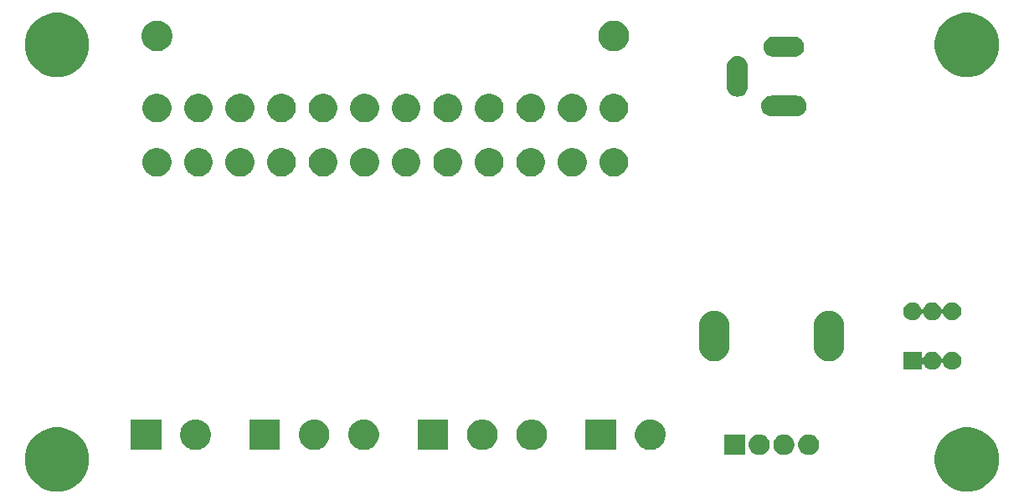
<source format=gbr>
G04 #@! TF.GenerationSoftware,KiCad,Pcbnew,5.1.5-52549c5~86~ubuntu18.04.1*
G04 #@! TF.CreationDate,2020-09-04T15:06:53-03:00*
G04 #@! TF.ProjectId,TPS54331,54505335-3433-4333-912e-6b696361645f,v1.0*
G04 #@! TF.SameCoordinates,Original*
G04 #@! TF.FileFunction,Soldermask,Bot*
G04 #@! TF.FilePolarity,Negative*
%FSLAX46Y46*%
G04 Gerber Fmt 4.6, Leading zero omitted, Abs format (unit mm)*
G04 Created by KiCad (PCBNEW 5.1.5-52549c5~86~ubuntu18.04.1) date 2020-09-04 15:06:53*
%MOMM*%
%LPD*%
G04 APERTURE LIST*
%ADD10C,0.100000*%
G04 APERTURE END LIST*
D10*
G36*
X192947989Y-108874895D02*
G01*
X193539450Y-109119887D01*
X193539452Y-109119888D01*
X194071754Y-109475560D01*
X194524440Y-109928246D01*
X194880112Y-110460548D01*
X194880113Y-110460550D01*
X195125105Y-111052011D01*
X195250000Y-111679902D01*
X195250000Y-112320098D01*
X195125105Y-112947989D01*
X194880113Y-113539450D01*
X194880112Y-113539452D01*
X194524440Y-114071754D01*
X194071754Y-114524440D01*
X193539452Y-114880112D01*
X193539451Y-114880113D01*
X193539450Y-114880113D01*
X192947989Y-115125105D01*
X192320098Y-115250000D01*
X191679902Y-115250000D01*
X191052011Y-115125105D01*
X190460550Y-114880113D01*
X190460549Y-114880113D01*
X190460548Y-114880112D01*
X189928246Y-114524440D01*
X189475560Y-114071754D01*
X189119888Y-113539452D01*
X189119887Y-113539450D01*
X188874895Y-112947989D01*
X188750000Y-112320098D01*
X188750000Y-111679902D01*
X188874895Y-111052011D01*
X189119887Y-110460550D01*
X189119888Y-110460548D01*
X189475560Y-109928246D01*
X189928246Y-109475560D01*
X190460548Y-109119888D01*
X190460550Y-109119887D01*
X191052011Y-108874895D01*
X191679902Y-108750000D01*
X192320098Y-108750000D01*
X192947989Y-108874895D01*
G37*
G36*
X100947989Y-108874895D02*
G01*
X101539450Y-109119887D01*
X101539452Y-109119888D01*
X102071754Y-109475560D01*
X102524440Y-109928246D01*
X102880112Y-110460548D01*
X102880113Y-110460550D01*
X103125105Y-111052011D01*
X103250000Y-111679902D01*
X103250000Y-112320098D01*
X103125105Y-112947989D01*
X102880113Y-113539450D01*
X102880112Y-113539452D01*
X102524440Y-114071754D01*
X102071754Y-114524440D01*
X101539452Y-114880112D01*
X101539451Y-114880113D01*
X101539450Y-114880113D01*
X100947989Y-115125105D01*
X100320098Y-115250000D01*
X99679902Y-115250000D01*
X99052011Y-115125105D01*
X98460550Y-114880113D01*
X98460549Y-114880113D01*
X98460548Y-114880112D01*
X97928246Y-114524440D01*
X97475560Y-114071754D01*
X97119888Y-113539452D01*
X97119887Y-113539450D01*
X96874895Y-112947989D01*
X96750000Y-112320098D01*
X96750000Y-111679902D01*
X96874895Y-111052011D01*
X97119887Y-110460550D01*
X97119888Y-110460548D01*
X97475560Y-109928246D01*
X97928246Y-109475560D01*
X98460548Y-109119888D01*
X98460550Y-109119887D01*
X99052011Y-108874895D01*
X99679902Y-108750000D01*
X100320098Y-108750000D01*
X100947989Y-108874895D01*
G37*
G36*
X169550000Y-111550000D02*
G01*
X167450000Y-111550000D01*
X167450000Y-109450000D01*
X169550000Y-109450000D01*
X169550000Y-111550000D01*
G37*
G36*
X171128687Y-109455027D02*
G01*
X171306274Y-109490350D01*
X171497362Y-109569502D01*
X171669336Y-109684411D01*
X171815589Y-109830664D01*
X171930498Y-110002638D01*
X172009650Y-110193726D01*
X172050000Y-110396584D01*
X172050000Y-110603416D01*
X172009650Y-110806274D01*
X171930498Y-110997362D01*
X171815589Y-111169336D01*
X171669336Y-111315589D01*
X171497362Y-111430498D01*
X171306274Y-111509650D01*
X171128687Y-111544973D01*
X171103417Y-111550000D01*
X170896583Y-111550000D01*
X170871313Y-111544973D01*
X170693726Y-111509650D01*
X170502638Y-111430498D01*
X170330664Y-111315589D01*
X170184411Y-111169336D01*
X170069502Y-110997362D01*
X169990350Y-110806274D01*
X169950000Y-110603416D01*
X169950000Y-110396584D01*
X169990350Y-110193726D01*
X170069502Y-110002638D01*
X170184411Y-109830664D01*
X170330664Y-109684411D01*
X170502638Y-109569502D01*
X170693726Y-109490350D01*
X170871313Y-109455027D01*
X170896583Y-109450000D01*
X171103417Y-109450000D01*
X171128687Y-109455027D01*
G37*
G36*
X173628687Y-109455027D02*
G01*
X173806274Y-109490350D01*
X173997362Y-109569502D01*
X174169336Y-109684411D01*
X174315589Y-109830664D01*
X174430498Y-110002638D01*
X174509650Y-110193726D01*
X174550000Y-110396584D01*
X174550000Y-110603416D01*
X174509650Y-110806274D01*
X174430498Y-110997362D01*
X174315589Y-111169336D01*
X174169336Y-111315589D01*
X173997362Y-111430498D01*
X173806274Y-111509650D01*
X173628687Y-111544973D01*
X173603417Y-111550000D01*
X173396583Y-111550000D01*
X173371313Y-111544973D01*
X173193726Y-111509650D01*
X173002638Y-111430498D01*
X172830664Y-111315589D01*
X172684411Y-111169336D01*
X172569502Y-110997362D01*
X172490350Y-110806274D01*
X172450000Y-110603416D01*
X172450000Y-110396584D01*
X172490350Y-110193726D01*
X172569502Y-110002638D01*
X172684411Y-109830664D01*
X172830664Y-109684411D01*
X173002638Y-109569502D01*
X173193726Y-109490350D01*
X173371313Y-109455027D01*
X173396583Y-109450000D01*
X173603417Y-109450000D01*
X173628687Y-109455027D01*
G37*
G36*
X176128687Y-109455027D02*
G01*
X176306274Y-109490350D01*
X176497362Y-109569502D01*
X176669336Y-109684411D01*
X176815589Y-109830664D01*
X176930498Y-110002638D01*
X177009650Y-110193726D01*
X177050000Y-110396584D01*
X177050000Y-110603416D01*
X177009650Y-110806274D01*
X176930498Y-110997362D01*
X176815589Y-111169336D01*
X176669336Y-111315589D01*
X176497362Y-111430498D01*
X176306274Y-111509650D01*
X176128687Y-111544973D01*
X176103417Y-111550000D01*
X175896583Y-111550000D01*
X175871313Y-111544973D01*
X175693726Y-111509650D01*
X175502638Y-111430498D01*
X175330664Y-111315589D01*
X175184411Y-111169336D01*
X175069502Y-110997362D01*
X174990350Y-110806274D01*
X174950000Y-110603416D01*
X174950000Y-110396584D01*
X174990350Y-110193726D01*
X175069502Y-110002638D01*
X175184411Y-109830664D01*
X175330664Y-109684411D01*
X175502638Y-109569502D01*
X175693726Y-109490350D01*
X175871313Y-109455027D01*
X175896583Y-109450000D01*
X176103417Y-109450000D01*
X176128687Y-109455027D01*
G37*
G36*
X148302390Y-107979782D02*
G01*
X148452118Y-108009565D01*
X148568960Y-108057963D01*
X148734199Y-108126407D01*
X148734200Y-108126408D01*
X148988068Y-108296036D01*
X149203964Y-108511932D01*
X149317306Y-108681561D01*
X149373593Y-108765801D01*
X149442037Y-108931040D01*
X149490435Y-109047882D01*
X149504758Y-109119888D01*
X149550000Y-109347337D01*
X149550000Y-109652663D01*
X149490435Y-109952117D01*
X149373593Y-110234199D01*
X149373592Y-110234200D01*
X149203964Y-110488068D01*
X148988068Y-110703964D01*
X148834952Y-110806272D01*
X148734199Y-110873593D01*
X148568960Y-110942037D01*
X148452118Y-110990435D01*
X148417303Y-110997360D01*
X148152663Y-111050000D01*
X147847337Y-111050000D01*
X147582697Y-110997360D01*
X147547882Y-110990435D01*
X147431040Y-110942037D01*
X147265801Y-110873593D01*
X147165048Y-110806272D01*
X147011932Y-110703964D01*
X146796036Y-110488068D01*
X146626408Y-110234200D01*
X146626407Y-110234199D01*
X146509565Y-109952117D01*
X146450000Y-109652663D01*
X146450000Y-109347337D01*
X146495242Y-109119888D01*
X146509565Y-109047882D01*
X146557963Y-108931040D01*
X146626407Y-108765801D01*
X146682694Y-108681561D01*
X146796036Y-108511932D01*
X147011932Y-108296036D01*
X147265800Y-108126408D01*
X147265801Y-108126407D01*
X147431040Y-108057963D01*
X147547882Y-108009565D01*
X147697610Y-107979782D01*
X147847337Y-107950000D01*
X148152663Y-107950000D01*
X148302390Y-107979782D01*
G37*
G36*
X160302390Y-107979782D02*
G01*
X160452118Y-108009565D01*
X160568960Y-108057963D01*
X160734199Y-108126407D01*
X160734200Y-108126408D01*
X160988068Y-108296036D01*
X161203964Y-108511932D01*
X161317306Y-108681561D01*
X161373593Y-108765801D01*
X161442037Y-108931040D01*
X161490435Y-109047882D01*
X161504758Y-109119888D01*
X161550000Y-109347337D01*
X161550000Y-109652663D01*
X161490435Y-109952117D01*
X161373593Y-110234199D01*
X161373592Y-110234200D01*
X161203964Y-110488068D01*
X160988068Y-110703964D01*
X160834952Y-110806272D01*
X160734199Y-110873593D01*
X160568960Y-110942037D01*
X160452118Y-110990435D01*
X160417303Y-110997360D01*
X160152663Y-111050000D01*
X159847337Y-111050000D01*
X159582697Y-110997360D01*
X159547882Y-110990435D01*
X159431040Y-110942037D01*
X159265801Y-110873593D01*
X159165048Y-110806272D01*
X159011932Y-110703964D01*
X158796036Y-110488068D01*
X158626408Y-110234200D01*
X158626407Y-110234199D01*
X158509565Y-109952117D01*
X158450000Y-109652663D01*
X158450000Y-109347337D01*
X158495242Y-109119888D01*
X158509565Y-109047882D01*
X158557963Y-108931040D01*
X158626407Y-108765801D01*
X158682694Y-108681561D01*
X158796036Y-108511932D01*
X159011932Y-108296036D01*
X159265800Y-108126408D01*
X159265801Y-108126407D01*
X159431040Y-108057963D01*
X159547882Y-108009565D01*
X159697610Y-107979782D01*
X159847337Y-107950000D01*
X160152663Y-107950000D01*
X160302390Y-107979782D01*
G37*
G36*
X110550000Y-111050000D02*
G01*
X107450000Y-111050000D01*
X107450000Y-107950000D01*
X110550000Y-107950000D01*
X110550000Y-111050000D01*
G37*
G36*
X114302390Y-107979782D02*
G01*
X114452118Y-108009565D01*
X114568960Y-108057963D01*
X114734199Y-108126407D01*
X114734200Y-108126408D01*
X114988068Y-108296036D01*
X115203964Y-108511932D01*
X115317306Y-108681561D01*
X115373593Y-108765801D01*
X115442037Y-108931040D01*
X115490435Y-109047882D01*
X115504758Y-109119888D01*
X115550000Y-109347337D01*
X115550000Y-109652663D01*
X115490435Y-109952117D01*
X115373593Y-110234199D01*
X115373592Y-110234200D01*
X115203964Y-110488068D01*
X114988068Y-110703964D01*
X114834952Y-110806272D01*
X114734199Y-110873593D01*
X114568960Y-110942037D01*
X114452118Y-110990435D01*
X114417303Y-110997360D01*
X114152663Y-111050000D01*
X113847337Y-111050000D01*
X113582697Y-110997360D01*
X113547882Y-110990435D01*
X113431040Y-110942037D01*
X113265801Y-110873593D01*
X113165048Y-110806272D01*
X113011932Y-110703964D01*
X112796036Y-110488068D01*
X112626408Y-110234200D01*
X112626407Y-110234199D01*
X112509565Y-109952117D01*
X112450000Y-109652663D01*
X112450000Y-109347337D01*
X112495242Y-109119888D01*
X112509565Y-109047882D01*
X112557963Y-108931040D01*
X112626407Y-108765801D01*
X112682694Y-108681561D01*
X112796036Y-108511932D01*
X113011932Y-108296036D01*
X113265800Y-108126408D01*
X113265801Y-108126407D01*
X113431040Y-108057963D01*
X113547882Y-108009565D01*
X113697610Y-107979782D01*
X113847337Y-107950000D01*
X114152663Y-107950000D01*
X114302390Y-107979782D01*
G37*
G36*
X131302390Y-107979782D02*
G01*
X131452118Y-108009565D01*
X131568960Y-108057963D01*
X131734199Y-108126407D01*
X131734200Y-108126408D01*
X131988068Y-108296036D01*
X132203964Y-108511932D01*
X132317306Y-108681561D01*
X132373593Y-108765801D01*
X132442037Y-108931040D01*
X132490435Y-109047882D01*
X132504758Y-109119888D01*
X132550000Y-109347337D01*
X132550000Y-109652663D01*
X132490435Y-109952117D01*
X132373593Y-110234199D01*
X132373592Y-110234200D01*
X132203964Y-110488068D01*
X131988068Y-110703964D01*
X131834952Y-110806272D01*
X131734199Y-110873593D01*
X131568960Y-110942037D01*
X131452118Y-110990435D01*
X131417303Y-110997360D01*
X131152663Y-111050000D01*
X130847337Y-111050000D01*
X130582697Y-110997360D01*
X130547882Y-110990435D01*
X130431040Y-110942037D01*
X130265801Y-110873593D01*
X130165048Y-110806272D01*
X130011932Y-110703964D01*
X129796036Y-110488068D01*
X129626408Y-110234200D01*
X129626407Y-110234199D01*
X129509565Y-109952117D01*
X129450000Y-109652663D01*
X129450000Y-109347337D01*
X129495242Y-109119888D01*
X129509565Y-109047882D01*
X129557963Y-108931040D01*
X129626407Y-108765801D01*
X129682694Y-108681561D01*
X129796036Y-108511932D01*
X130011932Y-108296036D01*
X130265800Y-108126408D01*
X130265801Y-108126407D01*
X130431040Y-108057963D01*
X130547882Y-108009565D01*
X130697610Y-107979782D01*
X130847337Y-107950000D01*
X131152663Y-107950000D01*
X131302390Y-107979782D01*
G37*
G36*
X126302390Y-107979782D02*
G01*
X126452118Y-108009565D01*
X126568960Y-108057963D01*
X126734199Y-108126407D01*
X126734200Y-108126408D01*
X126988068Y-108296036D01*
X127203964Y-108511932D01*
X127317306Y-108681561D01*
X127373593Y-108765801D01*
X127442037Y-108931040D01*
X127490435Y-109047882D01*
X127504758Y-109119888D01*
X127550000Y-109347337D01*
X127550000Y-109652663D01*
X127490435Y-109952117D01*
X127373593Y-110234199D01*
X127373592Y-110234200D01*
X127203964Y-110488068D01*
X126988068Y-110703964D01*
X126834952Y-110806272D01*
X126734199Y-110873593D01*
X126568960Y-110942037D01*
X126452118Y-110990435D01*
X126417303Y-110997360D01*
X126152663Y-111050000D01*
X125847337Y-111050000D01*
X125582697Y-110997360D01*
X125547882Y-110990435D01*
X125431040Y-110942037D01*
X125265801Y-110873593D01*
X125165048Y-110806272D01*
X125011932Y-110703964D01*
X124796036Y-110488068D01*
X124626408Y-110234200D01*
X124626407Y-110234199D01*
X124509565Y-109952117D01*
X124450000Y-109652663D01*
X124450000Y-109347337D01*
X124495242Y-109119888D01*
X124509565Y-109047882D01*
X124557963Y-108931040D01*
X124626407Y-108765801D01*
X124682694Y-108681561D01*
X124796036Y-108511932D01*
X125011932Y-108296036D01*
X125265800Y-108126408D01*
X125265801Y-108126407D01*
X125431040Y-108057963D01*
X125547882Y-108009565D01*
X125697610Y-107979782D01*
X125847337Y-107950000D01*
X126152663Y-107950000D01*
X126302390Y-107979782D01*
G37*
G36*
X122550000Y-111050000D02*
G01*
X119450000Y-111050000D01*
X119450000Y-107950000D01*
X122550000Y-107950000D01*
X122550000Y-111050000D01*
G37*
G36*
X143302390Y-107979782D02*
G01*
X143452118Y-108009565D01*
X143568960Y-108057963D01*
X143734199Y-108126407D01*
X143734200Y-108126408D01*
X143988068Y-108296036D01*
X144203964Y-108511932D01*
X144317306Y-108681561D01*
X144373593Y-108765801D01*
X144442037Y-108931040D01*
X144490435Y-109047882D01*
X144504758Y-109119888D01*
X144550000Y-109347337D01*
X144550000Y-109652663D01*
X144490435Y-109952117D01*
X144373593Y-110234199D01*
X144373592Y-110234200D01*
X144203964Y-110488068D01*
X143988068Y-110703964D01*
X143834952Y-110806272D01*
X143734199Y-110873593D01*
X143568960Y-110942037D01*
X143452118Y-110990435D01*
X143417303Y-110997360D01*
X143152663Y-111050000D01*
X142847337Y-111050000D01*
X142582697Y-110997360D01*
X142547882Y-110990435D01*
X142431040Y-110942037D01*
X142265801Y-110873593D01*
X142165048Y-110806272D01*
X142011932Y-110703964D01*
X141796036Y-110488068D01*
X141626408Y-110234200D01*
X141626407Y-110234199D01*
X141509565Y-109952117D01*
X141450000Y-109652663D01*
X141450000Y-109347337D01*
X141495242Y-109119888D01*
X141509565Y-109047882D01*
X141557963Y-108931040D01*
X141626407Y-108765801D01*
X141682694Y-108681561D01*
X141796036Y-108511932D01*
X142011932Y-108296036D01*
X142265800Y-108126408D01*
X142265801Y-108126407D01*
X142431040Y-108057963D01*
X142547882Y-108009565D01*
X142697610Y-107979782D01*
X142847337Y-107950000D01*
X143152663Y-107950000D01*
X143302390Y-107979782D01*
G37*
G36*
X139550000Y-111050000D02*
G01*
X136450000Y-111050000D01*
X136450000Y-107950000D01*
X139550000Y-107950000D01*
X139550000Y-111050000D01*
G37*
G36*
X156550000Y-111050000D02*
G01*
X153450000Y-111050000D01*
X153450000Y-107950000D01*
X156550000Y-107950000D01*
X156550000Y-111050000D01*
G37*
G36*
X187425000Y-101549726D02*
G01*
X187427402Y-101574112D01*
X187434515Y-101597561D01*
X187446066Y-101619172D01*
X187461611Y-101638114D01*
X187480553Y-101653659D01*
X187502164Y-101665210D01*
X187525613Y-101672323D01*
X187549999Y-101674725D01*
X187574385Y-101672323D01*
X187597834Y-101665210D01*
X187619445Y-101653659D01*
X187638387Y-101638114D01*
X187653932Y-101619172D01*
X187665480Y-101597567D01*
X187680275Y-101561848D01*
X187781505Y-101410347D01*
X187910347Y-101281505D01*
X188061848Y-101180275D01*
X188230187Y-101110547D01*
X188349326Y-101086849D01*
X188408894Y-101075000D01*
X188591106Y-101075000D01*
X188650674Y-101086849D01*
X188769813Y-101110547D01*
X188938152Y-101180275D01*
X189089653Y-101281505D01*
X189218495Y-101410347D01*
X189319725Y-101561848D01*
X189384520Y-101718277D01*
X189396067Y-101739881D01*
X189411612Y-101758822D01*
X189430554Y-101774368D01*
X189452165Y-101785919D01*
X189475614Y-101793032D01*
X189500000Y-101795434D01*
X189524386Y-101793032D01*
X189547835Y-101785919D01*
X189569446Y-101774368D01*
X189588387Y-101758823D01*
X189603933Y-101739881D01*
X189615480Y-101718277D01*
X189680275Y-101561848D01*
X189781505Y-101410347D01*
X189910347Y-101281505D01*
X190061848Y-101180275D01*
X190230187Y-101110547D01*
X190349326Y-101086849D01*
X190408894Y-101075000D01*
X190591106Y-101075000D01*
X190650674Y-101086849D01*
X190769813Y-101110547D01*
X190938152Y-101180275D01*
X191089653Y-101281505D01*
X191218495Y-101410347D01*
X191319725Y-101561848D01*
X191389453Y-101730187D01*
X191425000Y-101908895D01*
X191425000Y-102091105D01*
X191389453Y-102269813D01*
X191319725Y-102438152D01*
X191218495Y-102589653D01*
X191089653Y-102718495D01*
X190938152Y-102819725D01*
X190769813Y-102889453D01*
X190650674Y-102913151D01*
X190591106Y-102925000D01*
X190408894Y-102925000D01*
X190349326Y-102913151D01*
X190230187Y-102889453D01*
X190061848Y-102819725D01*
X189910347Y-102718495D01*
X189781505Y-102589653D01*
X189680275Y-102438152D01*
X189615480Y-102281723D01*
X189603933Y-102260119D01*
X189588388Y-102241178D01*
X189569446Y-102225632D01*
X189547835Y-102214081D01*
X189524386Y-102206968D01*
X189500000Y-102204566D01*
X189475614Y-102206968D01*
X189452165Y-102214081D01*
X189430554Y-102225632D01*
X189411613Y-102241177D01*
X189396067Y-102260119D01*
X189384520Y-102281723D01*
X189319725Y-102438152D01*
X189218495Y-102589653D01*
X189089653Y-102718495D01*
X188938152Y-102819725D01*
X188769813Y-102889453D01*
X188650674Y-102913151D01*
X188591106Y-102925000D01*
X188408894Y-102925000D01*
X188349326Y-102913151D01*
X188230187Y-102889453D01*
X188061848Y-102819725D01*
X187910347Y-102718495D01*
X187781505Y-102589653D01*
X187680275Y-102438152D01*
X187665480Y-102402433D01*
X187653932Y-102380828D01*
X187638387Y-102361886D01*
X187619445Y-102346341D01*
X187597834Y-102334790D01*
X187574385Y-102327677D01*
X187549999Y-102325275D01*
X187525613Y-102327677D01*
X187502164Y-102334790D01*
X187480553Y-102346341D01*
X187461611Y-102361886D01*
X187446066Y-102380828D01*
X187434515Y-102402439D01*
X187427402Y-102425888D01*
X187425000Y-102450274D01*
X187425000Y-102925000D01*
X185575000Y-102925000D01*
X185575000Y-101075000D01*
X187425000Y-101075000D01*
X187425000Y-101549726D01*
G37*
G36*
X166753848Y-96972427D02*
G01*
X166753851Y-96972428D01*
X166753852Y-96972428D01*
X167046028Y-97061059D01*
X167046030Y-97061060D01*
X167046033Y-97061061D01*
X167315298Y-97204986D01*
X167551319Y-97398681D01*
X167745014Y-97634701D01*
X167888939Y-97903966D01*
X167977573Y-98196151D01*
X168000000Y-98423858D01*
X168000000Y-100576142D01*
X167977573Y-100803849D01*
X167888939Y-101096034D01*
X167745014Y-101365299D01*
X167551319Y-101601319D01*
X167315299Y-101795014D01*
X167046034Y-101938939D01*
X167046031Y-101938940D01*
X167046029Y-101938941D01*
X166753853Y-102027572D01*
X166753852Y-102027572D01*
X166753849Y-102027573D01*
X166450000Y-102057499D01*
X166146152Y-102027573D01*
X166146149Y-102027572D01*
X166146148Y-102027572D01*
X165853972Y-101938941D01*
X165853970Y-101938940D01*
X165853967Y-101938939D01*
X165584702Y-101795014D01*
X165348682Y-101601319D01*
X165154987Y-101365299D01*
X165011062Y-101096034D01*
X164922428Y-100803849D01*
X164900001Y-100576142D01*
X164900000Y-98423859D01*
X164922427Y-98196152D01*
X164922428Y-98196148D01*
X165011059Y-97903972D01*
X165011060Y-97903970D01*
X165011061Y-97903967D01*
X165154986Y-97634702D01*
X165348681Y-97398681D01*
X165584701Y-97204986D01*
X165853966Y-97061061D01*
X165853969Y-97061060D01*
X165853971Y-97061059D01*
X166146147Y-96972428D01*
X166146148Y-96972428D01*
X166146151Y-96972427D01*
X166450000Y-96942501D01*
X166753848Y-96972427D01*
G37*
G36*
X178353848Y-96972427D02*
G01*
X178353851Y-96972428D01*
X178353852Y-96972428D01*
X178646028Y-97061059D01*
X178646030Y-97061060D01*
X178646033Y-97061061D01*
X178915298Y-97204986D01*
X179151319Y-97398681D01*
X179345014Y-97634701D01*
X179488939Y-97903966D01*
X179577573Y-98196151D01*
X179600000Y-98423858D01*
X179600000Y-100576142D01*
X179577573Y-100803849D01*
X179488939Y-101096034D01*
X179345014Y-101365299D01*
X179151319Y-101601319D01*
X178915299Y-101795014D01*
X178646034Y-101938939D01*
X178646031Y-101938940D01*
X178646029Y-101938941D01*
X178353853Y-102027572D01*
X178353852Y-102027572D01*
X178353849Y-102027573D01*
X178050000Y-102057499D01*
X177746152Y-102027573D01*
X177746149Y-102027572D01*
X177746148Y-102027572D01*
X177453972Y-101938941D01*
X177453970Y-101938940D01*
X177453967Y-101938939D01*
X177184702Y-101795014D01*
X176948682Y-101601319D01*
X176754987Y-101365299D01*
X176611062Y-101096034D01*
X176522428Y-100803849D01*
X176500001Y-100576142D01*
X176500000Y-98423859D01*
X176522427Y-98196152D01*
X176522428Y-98196148D01*
X176611059Y-97903972D01*
X176611060Y-97903970D01*
X176611061Y-97903967D01*
X176754986Y-97634702D01*
X176948681Y-97398681D01*
X177184701Y-97204986D01*
X177453966Y-97061061D01*
X177453969Y-97061060D01*
X177453971Y-97061059D01*
X177746147Y-96972428D01*
X177746148Y-96972428D01*
X177746151Y-96972427D01*
X178050000Y-96942501D01*
X178353848Y-96972427D01*
G37*
G36*
X186650674Y-96086849D02*
G01*
X186769813Y-96110547D01*
X186938152Y-96180275D01*
X187089653Y-96281505D01*
X187218495Y-96410347D01*
X187319725Y-96561848D01*
X187384520Y-96718277D01*
X187396067Y-96739881D01*
X187411612Y-96758822D01*
X187430554Y-96774368D01*
X187452165Y-96785919D01*
X187475614Y-96793032D01*
X187500000Y-96795434D01*
X187524386Y-96793032D01*
X187547835Y-96785919D01*
X187569446Y-96774368D01*
X187588387Y-96758823D01*
X187603933Y-96739881D01*
X187615480Y-96718277D01*
X187680275Y-96561848D01*
X187781505Y-96410347D01*
X187910347Y-96281505D01*
X188061848Y-96180275D01*
X188230187Y-96110547D01*
X188349326Y-96086849D01*
X188408894Y-96075000D01*
X188591106Y-96075000D01*
X188650674Y-96086849D01*
X188769813Y-96110547D01*
X188938152Y-96180275D01*
X189089653Y-96281505D01*
X189218495Y-96410347D01*
X189319725Y-96561848D01*
X189384520Y-96718277D01*
X189396067Y-96739881D01*
X189411612Y-96758822D01*
X189430554Y-96774368D01*
X189452165Y-96785919D01*
X189475614Y-96793032D01*
X189500000Y-96795434D01*
X189524386Y-96793032D01*
X189547835Y-96785919D01*
X189569446Y-96774368D01*
X189588387Y-96758823D01*
X189603933Y-96739881D01*
X189615480Y-96718277D01*
X189680275Y-96561848D01*
X189781505Y-96410347D01*
X189910347Y-96281505D01*
X190061848Y-96180275D01*
X190230187Y-96110547D01*
X190349326Y-96086849D01*
X190408894Y-96075000D01*
X190591106Y-96075000D01*
X190650674Y-96086849D01*
X190769813Y-96110547D01*
X190938152Y-96180275D01*
X191089653Y-96281505D01*
X191218495Y-96410347D01*
X191319725Y-96561848D01*
X191389453Y-96730187D01*
X191425000Y-96908895D01*
X191425000Y-97091105D01*
X191389453Y-97269813D01*
X191319725Y-97438152D01*
X191218495Y-97589653D01*
X191089653Y-97718495D01*
X190938152Y-97819725D01*
X190769813Y-97889453D01*
X190650674Y-97913151D01*
X190591106Y-97925000D01*
X190408894Y-97925000D01*
X190349326Y-97913151D01*
X190230187Y-97889453D01*
X190061848Y-97819725D01*
X189910347Y-97718495D01*
X189781505Y-97589653D01*
X189680275Y-97438152D01*
X189615480Y-97281723D01*
X189603933Y-97260119D01*
X189588388Y-97241178D01*
X189569446Y-97225632D01*
X189547835Y-97214081D01*
X189524386Y-97206968D01*
X189500000Y-97204566D01*
X189475614Y-97206968D01*
X189452165Y-97214081D01*
X189430554Y-97225632D01*
X189411613Y-97241177D01*
X189396067Y-97260119D01*
X189384520Y-97281723D01*
X189319725Y-97438152D01*
X189218495Y-97589653D01*
X189089653Y-97718495D01*
X188938152Y-97819725D01*
X188769813Y-97889453D01*
X188650674Y-97913151D01*
X188591106Y-97925000D01*
X188408894Y-97925000D01*
X188349326Y-97913151D01*
X188230187Y-97889453D01*
X188061848Y-97819725D01*
X187910347Y-97718495D01*
X187781505Y-97589653D01*
X187680275Y-97438152D01*
X187615480Y-97281723D01*
X187603933Y-97260119D01*
X187588388Y-97241178D01*
X187569446Y-97225632D01*
X187547835Y-97214081D01*
X187524386Y-97206968D01*
X187500000Y-97204566D01*
X187475614Y-97206968D01*
X187452165Y-97214081D01*
X187430554Y-97225632D01*
X187411613Y-97241177D01*
X187396067Y-97260119D01*
X187384520Y-97281723D01*
X187319725Y-97438152D01*
X187218495Y-97589653D01*
X187089653Y-97718495D01*
X186938152Y-97819725D01*
X186769813Y-97889453D01*
X186650674Y-97913151D01*
X186591106Y-97925000D01*
X186408894Y-97925000D01*
X186349326Y-97913151D01*
X186230187Y-97889453D01*
X186061848Y-97819725D01*
X185910347Y-97718495D01*
X185781505Y-97589653D01*
X185680275Y-97438152D01*
X185610547Y-97269813D01*
X185575000Y-97091105D01*
X185575000Y-96908895D01*
X185610547Y-96730187D01*
X185680275Y-96561848D01*
X185781505Y-96410347D01*
X185910347Y-96281505D01*
X186061848Y-96180275D01*
X186230187Y-96110547D01*
X186349326Y-96086849D01*
X186408894Y-96075000D01*
X186591106Y-96075000D01*
X186650674Y-96086849D01*
G37*
G36*
X152522948Y-80505722D02*
G01*
X152786831Y-80615026D01*
X152786833Y-80615027D01*
X153024321Y-80773711D01*
X153226289Y-80975679D01*
X153384973Y-81213167D01*
X153384974Y-81213169D01*
X153494278Y-81477052D01*
X153550000Y-81757186D01*
X153550000Y-82042814D01*
X153494278Y-82322948D01*
X153384974Y-82586831D01*
X153384973Y-82586833D01*
X153226289Y-82824321D01*
X153024321Y-83026289D01*
X152786833Y-83184973D01*
X152786832Y-83184974D01*
X152786831Y-83184974D01*
X152522948Y-83294278D01*
X152242814Y-83350000D01*
X151957186Y-83350000D01*
X151677052Y-83294278D01*
X151413169Y-83184974D01*
X151413168Y-83184974D01*
X151413167Y-83184973D01*
X151175679Y-83026289D01*
X150973711Y-82824321D01*
X150815027Y-82586833D01*
X150815026Y-82586831D01*
X150705722Y-82322948D01*
X150650000Y-82042814D01*
X150650000Y-81757186D01*
X150705722Y-81477052D01*
X150815026Y-81213169D01*
X150815027Y-81213167D01*
X150973711Y-80975679D01*
X151175679Y-80773711D01*
X151413167Y-80615027D01*
X151413169Y-80615026D01*
X151677052Y-80505722D01*
X151957186Y-80450000D01*
X152242814Y-80450000D01*
X152522948Y-80505722D01*
G37*
G36*
X127322948Y-80505722D02*
G01*
X127586831Y-80615026D01*
X127586833Y-80615027D01*
X127824321Y-80773711D01*
X128026289Y-80975679D01*
X128184973Y-81213167D01*
X128184974Y-81213169D01*
X128294278Y-81477052D01*
X128350000Y-81757186D01*
X128350000Y-82042814D01*
X128294278Y-82322948D01*
X128184974Y-82586831D01*
X128184973Y-82586833D01*
X128026289Y-82824321D01*
X127824321Y-83026289D01*
X127586833Y-83184973D01*
X127586832Y-83184974D01*
X127586831Y-83184974D01*
X127322948Y-83294278D01*
X127042814Y-83350000D01*
X126757186Y-83350000D01*
X126477052Y-83294278D01*
X126213169Y-83184974D01*
X126213168Y-83184974D01*
X126213167Y-83184973D01*
X125975679Y-83026289D01*
X125773711Y-82824321D01*
X125615027Y-82586833D01*
X125615026Y-82586831D01*
X125505722Y-82322948D01*
X125450000Y-82042814D01*
X125450000Y-81757186D01*
X125505722Y-81477052D01*
X125615026Y-81213169D01*
X125615027Y-81213167D01*
X125773711Y-80975679D01*
X125975679Y-80773711D01*
X126213167Y-80615027D01*
X126213169Y-80615026D01*
X126477052Y-80505722D01*
X126757186Y-80450000D01*
X127042814Y-80450000D01*
X127322948Y-80505722D01*
G37*
G36*
X123122948Y-80505722D02*
G01*
X123386831Y-80615026D01*
X123386833Y-80615027D01*
X123624321Y-80773711D01*
X123826289Y-80975679D01*
X123984973Y-81213167D01*
X123984974Y-81213169D01*
X124094278Y-81477052D01*
X124150000Y-81757186D01*
X124150000Y-82042814D01*
X124094278Y-82322948D01*
X123984974Y-82586831D01*
X123984973Y-82586833D01*
X123826289Y-82824321D01*
X123624321Y-83026289D01*
X123386833Y-83184973D01*
X123386832Y-83184974D01*
X123386831Y-83184974D01*
X123122948Y-83294278D01*
X122842814Y-83350000D01*
X122557186Y-83350000D01*
X122277052Y-83294278D01*
X122013169Y-83184974D01*
X122013168Y-83184974D01*
X122013167Y-83184973D01*
X121775679Y-83026289D01*
X121573711Y-82824321D01*
X121415027Y-82586833D01*
X121415026Y-82586831D01*
X121305722Y-82322948D01*
X121250000Y-82042814D01*
X121250000Y-81757186D01*
X121305722Y-81477052D01*
X121415026Y-81213169D01*
X121415027Y-81213167D01*
X121573711Y-80975679D01*
X121775679Y-80773711D01*
X122013167Y-80615027D01*
X122013169Y-80615026D01*
X122277052Y-80505722D01*
X122557186Y-80450000D01*
X122842814Y-80450000D01*
X123122948Y-80505722D01*
G37*
G36*
X118922948Y-80505722D02*
G01*
X119186831Y-80615026D01*
X119186833Y-80615027D01*
X119424321Y-80773711D01*
X119626289Y-80975679D01*
X119784973Y-81213167D01*
X119784974Y-81213169D01*
X119894278Y-81477052D01*
X119950000Y-81757186D01*
X119950000Y-82042814D01*
X119894278Y-82322948D01*
X119784974Y-82586831D01*
X119784973Y-82586833D01*
X119626289Y-82824321D01*
X119424321Y-83026289D01*
X119186833Y-83184973D01*
X119186832Y-83184974D01*
X119186831Y-83184974D01*
X118922948Y-83294278D01*
X118642814Y-83350000D01*
X118357186Y-83350000D01*
X118077052Y-83294278D01*
X117813169Y-83184974D01*
X117813168Y-83184974D01*
X117813167Y-83184973D01*
X117575679Y-83026289D01*
X117373711Y-82824321D01*
X117215027Y-82586833D01*
X117215026Y-82586831D01*
X117105722Y-82322948D01*
X117050000Y-82042814D01*
X117050000Y-81757186D01*
X117105722Y-81477052D01*
X117215026Y-81213169D01*
X117215027Y-81213167D01*
X117373711Y-80975679D01*
X117575679Y-80773711D01*
X117813167Y-80615027D01*
X117813169Y-80615026D01*
X118077052Y-80505722D01*
X118357186Y-80450000D01*
X118642814Y-80450000D01*
X118922948Y-80505722D01*
G37*
G36*
X110522948Y-80505722D02*
G01*
X110786831Y-80615026D01*
X110786833Y-80615027D01*
X111024321Y-80773711D01*
X111226289Y-80975679D01*
X111384973Y-81213167D01*
X111384974Y-81213169D01*
X111494278Y-81477052D01*
X111550000Y-81757186D01*
X111550000Y-82042814D01*
X111494278Y-82322948D01*
X111384974Y-82586831D01*
X111384973Y-82586833D01*
X111226289Y-82824321D01*
X111024321Y-83026289D01*
X110786833Y-83184973D01*
X110786832Y-83184974D01*
X110786831Y-83184974D01*
X110522948Y-83294278D01*
X110242814Y-83350000D01*
X109957186Y-83350000D01*
X109677052Y-83294278D01*
X109413169Y-83184974D01*
X109413168Y-83184974D01*
X109413167Y-83184973D01*
X109175679Y-83026289D01*
X108973711Y-82824321D01*
X108815027Y-82586833D01*
X108815026Y-82586831D01*
X108705722Y-82322948D01*
X108650000Y-82042814D01*
X108650000Y-81757186D01*
X108705722Y-81477052D01*
X108815026Y-81213169D01*
X108815027Y-81213167D01*
X108973711Y-80975679D01*
X109175679Y-80773711D01*
X109413167Y-80615027D01*
X109413169Y-80615026D01*
X109677052Y-80505722D01*
X109957186Y-80450000D01*
X110242814Y-80450000D01*
X110522948Y-80505722D01*
G37*
G36*
X114722948Y-80505722D02*
G01*
X114986831Y-80615026D01*
X114986833Y-80615027D01*
X115224321Y-80773711D01*
X115426289Y-80975679D01*
X115584973Y-81213167D01*
X115584974Y-81213169D01*
X115694278Y-81477052D01*
X115750000Y-81757186D01*
X115750000Y-82042814D01*
X115694278Y-82322948D01*
X115584974Y-82586831D01*
X115584973Y-82586833D01*
X115426289Y-82824321D01*
X115224321Y-83026289D01*
X114986833Y-83184973D01*
X114986832Y-83184974D01*
X114986831Y-83184974D01*
X114722948Y-83294278D01*
X114442814Y-83350000D01*
X114157186Y-83350000D01*
X113877052Y-83294278D01*
X113613169Y-83184974D01*
X113613168Y-83184974D01*
X113613167Y-83184973D01*
X113375679Y-83026289D01*
X113173711Y-82824321D01*
X113015027Y-82586833D01*
X113015026Y-82586831D01*
X112905722Y-82322948D01*
X112850000Y-82042814D01*
X112850000Y-81757186D01*
X112905722Y-81477052D01*
X113015026Y-81213169D01*
X113015027Y-81213167D01*
X113173711Y-80975679D01*
X113375679Y-80773711D01*
X113613167Y-80615027D01*
X113613169Y-80615026D01*
X113877052Y-80505722D01*
X114157186Y-80450000D01*
X114442814Y-80450000D01*
X114722948Y-80505722D01*
G37*
G36*
X135722948Y-80505722D02*
G01*
X135986831Y-80615026D01*
X135986833Y-80615027D01*
X136224321Y-80773711D01*
X136426289Y-80975679D01*
X136584973Y-81213167D01*
X136584974Y-81213169D01*
X136694278Y-81477052D01*
X136750000Y-81757186D01*
X136750000Y-82042814D01*
X136694278Y-82322948D01*
X136584974Y-82586831D01*
X136584973Y-82586833D01*
X136426289Y-82824321D01*
X136224321Y-83026289D01*
X135986833Y-83184973D01*
X135986832Y-83184974D01*
X135986831Y-83184974D01*
X135722948Y-83294278D01*
X135442814Y-83350000D01*
X135157186Y-83350000D01*
X134877052Y-83294278D01*
X134613169Y-83184974D01*
X134613168Y-83184974D01*
X134613167Y-83184973D01*
X134375679Y-83026289D01*
X134173711Y-82824321D01*
X134015027Y-82586833D01*
X134015026Y-82586831D01*
X133905722Y-82322948D01*
X133850000Y-82042814D01*
X133850000Y-81757186D01*
X133905722Y-81477052D01*
X134015026Y-81213169D01*
X134015027Y-81213167D01*
X134173711Y-80975679D01*
X134375679Y-80773711D01*
X134613167Y-80615027D01*
X134613169Y-80615026D01*
X134877052Y-80505722D01*
X135157186Y-80450000D01*
X135442814Y-80450000D01*
X135722948Y-80505722D01*
G37*
G36*
X139922948Y-80505722D02*
G01*
X140186831Y-80615026D01*
X140186833Y-80615027D01*
X140424321Y-80773711D01*
X140626289Y-80975679D01*
X140784973Y-81213167D01*
X140784974Y-81213169D01*
X140894278Y-81477052D01*
X140950000Y-81757186D01*
X140950000Y-82042814D01*
X140894278Y-82322948D01*
X140784974Y-82586831D01*
X140784973Y-82586833D01*
X140626289Y-82824321D01*
X140424321Y-83026289D01*
X140186833Y-83184973D01*
X140186832Y-83184974D01*
X140186831Y-83184974D01*
X139922948Y-83294278D01*
X139642814Y-83350000D01*
X139357186Y-83350000D01*
X139077052Y-83294278D01*
X138813169Y-83184974D01*
X138813168Y-83184974D01*
X138813167Y-83184973D01*
X138575679Y-83026289D01*
X138373711Y-82824321D01*
X138215027Y-82586833D01*
X138215026Y-82586831D01*
X138105722Y-82322948D01*
X138050000Y-82042814D01*
X138050000Y-81757186D01*
X138105722Y-81477052D01*
X138215026Y-81213169D01*
X138215027Y-81213167D01*
X138373711Y-80975679D01*
X138575679Y-80773711D01*
X138813167Y-80615027D01*
X138813169Y-80615026D01*
X139077052Y-80505722D01*
X139357186Y-80450000D01*
X139642814Y-80450000D01*
X139922948Y-80505722D01*
G37*
G36*
X144122948Y-80505722D02*
G01*
X144386831Y-80615026D01*
X144386833Y-80615027D01*
X144624321Y-80773711D01*
X144826289Y-80975679D01*
X144984973Y-81213167D01*
X144984974Y-81213169D01*
X145094278Y-81477052D01*
X145150000Y-81757186D01*
X145150000Y-82042814D01*
X145094278Y-82322948D01*
X144984974Y-82586831D01*
X144984973Y-82586833D01*
X144826289Y-82824321D01*
X144624321Y-83026289D01*
X144386833Y-83184973D01*
X144386832Y-83184974D01*
X144386831Y-83184974D01*
X144122948Y-83294278D01*
X143842814Y-83350000D01*
X143557186Y-83350000D01*
X143277052Y-83294278D01*
X143013169Y-83184974D01*
X143013168Y-83184974D01*
X143013167Y-83184973D01*
X142775679Y-83026289D01*
X142573711Y-82824321D01*
X142415027Y-82586833D01*
X142415026Y-82586831D01*
X142305722Y-82322948D01*
X142250000Y-82042814D01*
X142250000Y-81757186D01*
X142305722Y-81477052D01*
X142415026Y-81213169D01*
X142415027Y-81213167D01*
X142573711Y-80975679D01*
X142775679Y-80773711D01*
X143013167Y-80615027D01*
X143013169Y-80615026D01*
X143277052Y-80505722D01*
X143557186Y-80450000D01*
X143842814Y-80450000D01*
X144122948Y-80505722D01*
G37*
G36*
X148322948Y-80505722D02*
G01*
X148586831Y-80615026D01*
X148586833Y-80615027D01*
X148824321Y-80773711D01*
X149026289Y-80975679D01*
X149184973Y-81213167D01*
X149184974Y-81213169D01*
X149294278Y-81477052D01*
X149350000Y-81757186D01*
X149350000Y-82042814D01*
X149294278Y-82322948D01*
X149184974Y-82586831D01*
X149184973Y-82586833D01*
X149026289Y-82824321D01*
X148824321Y-83026289D01*
X148586833Y-83184973D01*
X148586832Y-83184974D01*
X148586831Y-83184974D01*
X148322948Y-83294278D01*
X148042814Y-83350000D01*
X147757186Y-83350000D01*
X147477052Y-83294278D01*
X147213169Y-83184974D01*
X147213168Y-83184974D01*
X147213167Y-83184973D01*
X146975679Y-83026289D01*
X146773711Y-82824321D01*
X146615027Y-82586833D01*
X146615026Y-82586831D01*
X146505722Y-82322948D01*
X146450000Y-82042814D01*
X146450000Y-81757186D01*
X146505722Y-81477052D01*
X146615026Y-81213169D01*
X146615027Y-81213167D01*
X146773711Y-80975679D01*
X146975679Y-80773711D01*
X147213167Y-80615027D01*
X147213169Y-80615026D01*
X147477052Y-80505722D01*
X147757186Y-80450000D01*
X148042814Y-80450000D01*
X148322948Y-80505722D01*
G37*
G36*
X156722948Y-80505722D02*
G01*
X156986831Y-80615026D01*
X156986833Y-80615027D01*
X157224321Y-80773711D01*
X157426289Y-80975679D01*
X157584973Y-81213167D01*
X157584974Y-81213169D01*
X157694278Y-81477052D01*
X157750000Y-81757186D01*
X157750000Y-82042814D01*
X157694278Y-82322948D01*
X157584974Y-82586831D01*
X157584973Y-82586833D01*
X157426289Y-82824321D01*
X157224321Y-83026289D01*
X156986833Y-83184973D01*
X156986832Y-83184974D01*
X156986831Y-83184974D01*
X156722948Y-83294278D01*
X156442814Y-83350000D01*
X156157186Y-83350000D01*
X155877052Y-83294278D01*
X155613169Y-83184974D01*
X155613168Y-83184974D01*
X155613167Y-83184973D01*
X155375679Y-83026289D01*
X155173711Y-82824321D01*
X155015027Y-82586833D01*
X155015026Y-82586831D01*
X154905722Y-82322948D01*
X154850000Y-82042814D01*
X154850000Y-81757186D01*
X154905722Y-81477052D01*
X155015026Y-81213169D01*
X155015027Y-81213167D01*
X155173711Y-80975679D01*
X155375679Y-80773711D01*
X155613167Y-80615027D01*
X155613169Y-80615026D01*
X155877052Y-80505722D01*
X156157186Y-80450000D01*
X156442814Y-80450000D01*
X156722948Y-80505722D01*
G37*
G36*
X131522948Y-80505722D02*
G01*
X131786831Y-80615026D01*
X131786833Y-80615027D01*
X132024321Y-80773711D01*
X132226289Y-80975679D01*
X132384973Y-81213167D01*
X132384974Y-81213169D01*
X132494278Y-81477052D01*
X132550000Y-81757186D01*
X132550000Y-82042814D01*
X132494278Y-82322948D01*
X132384974Y-82586831D01*
X132384973Y-82586833D01*
X132226289Y-82824321D01*
X132024321Y-83026289D01*
X131786833Y-83184973D01*
X131786832Y-83184974D01*
X131786831Y-83184974D01*
X131522948Y-83294278D01*
X131242814Y-83350000D01*
X130957186Y-83350000D01*
X130677052Y-83294278D01*
X130413169Y-83184974D01*
X130413168Y-83184974D01*
X130413167Y-83184973D01*
X130175679Y-83026289D01*
X129973711Y-82824321D01*
X129815027Y-82586833D01*
X129815026Y-82586831D01*
X129705722Y-82322948D01*
X129650000Y-82042814D01*
X129650000Y-81757186D01*
X129705722Y-81477052D01*
X129815026Y-81213169D01*
X129815027Y-81213167D01*
X129973711Y-80975679D01*
X130175679Y-80773711D01*
X130413167Y-80615027D01*
X130413169Y-80615026D01*
X130677052Y-80505722D01*
X130957186Y-80450000D01*
X131242814Y-80450000D01*
X131522948Y-80505722D01*
G37*
G36*
X135722948Y-75005722D02*
G01*
X135986831Y-75115026D01*
X135986833Y-75115027D01*
X136224321Y-75273711D01*
X136426289Y-75475679D01*
X136518598Y-75613830D01*
X136584974Y-75713169D01*
X136694278Y-75977052D01*
X136750000Y-76257186D01*
X136750000Y-76542814D01*
X136694278Y-76822948D01*
X136588935Y-77077268D01*
X136584973Y-77086833D01*
X136426289Y-77324321D01*
X136224321Y-77526289D01*
X135986833Y-77684973D01*
X135986832Y-77684974D01*
X135986831Y-77684974D01*
X135722948Y-77794278D01*
X135442814Y-77850000D01*
X135157186Y-77850000D01*
X134877052Y-77794278D01*
X134613169Y-77684974D01*
X134613168Y-77684974D01*
X134613167Y-77684973D01*
X134375679Y-77526289D01*
X134173711Y-77324321D01*
X134015027Y-77086833D01*
X134011065Y-77077268D01*
X133905722Y-76822948D01*
X133850000Y-76542814D01*
X133850000Y-76257186D01*
X133905722Y-75977052D01*
X134015026Y-75713169D01*
X134081402Y-75613830D01*
X134173711Y-75475679D01*
X134375679Y-75273711D01*
X134613167Y-75115027D01*
X134613169Y-75115026D01*
X134877052Y-75005722D01*
X135157186Y-74950000D01*
X135442814Y-74950000D01*
X135722948Y-75005722D01*
G37*
G36*
X156722948Y-75005722D02*
G01*
X156986831Y-75115026D01*
X156986833Y-75115027D01*
X157224321Y-75273711D01*
X157426289Y-75475679D01*
X157518598Y-75613830D01*
X157584974Y-75713169D01*
X157694278Y-75977052D01*
X157750000Y-76257186D01*
X157750000Y-76542814D01*
X157694278Y-76822948D01*
X157588935Y-77077268D01*
X157584973Y-77086833D01*
X157426289Y-77324321D01*
X157224321Y-77526289D01*
X156986833Y-77684973D01*
X156986832Y-77684974D01*
X156986831Y-77684974D01*
X156722948Y-77794278D01*
X156442814Y-77850000D01*
X156157186Y-77850000D01*
X155877052Y-77794278D01*
X155613169Y-77684974D01*
X155613168Y-77684974D01*
X155613167Y-77684973D01*
X155375679Y-77526289D01*
X155173711Y-77324321D01*
X155015027Y-77086833D01*
X155011065Y-77077268D01*
X154905722Y-76822948D01*
X154850000Y-76542814D01*
X154850000Y-76257186D01*
X154905722Y-75977052D01*
X155015026Y-75713169D01*
X155081402Y-75613830D01*
X155173711Y-75475679D01*
X155375679Y-75273711D01*
X155613167Y-75115027D01*
X155613169Y-75115026D01*
X155877052Y-75005722D01*
X156157186Y-74950000D01*
X156442814Y-74950000D01*
X156722948Y-75005722D01*
G37*
G36*
X152522948Y-75005722D02*
G01*
X152786831Y-75115026D01*
X152786833Y-75115027D01*
X153024321Y-75273711D01*
X153226289Y-75475679D01*
X153318598Y-75613830D01*
X153384974Y-75713169D01*
X153494278Y-75977052D01*
X153550000Y-76257186D01*
X153550000Y-76542814D01*
X153494278Y-76822948D01*
X153388935Y-77077268D01*
X153384973Y-77086833D01*
X153226289Y-77324321D01*
X153024321Y-77526289D01*
X152786833Y-77684973D01*
X152786832Y-77684974D01*
X152786831Y-77684974D01*
X152522948Y-77794278D01*
X152242814Y-77850000D01*
X151957186Y-77850000D01*
X151677052Y-77794278D01*
X151413169Y-77684974D01*
X151413168Y-77684974D01*
X151413167Y-77684973D01*
X151175679Y-77526289D01*
X150973711Y-77324321D01*
X150815027Y-77086833D01*
X150811065Y-77077268D01*
X150705722Y-76822948D01*
X150650000Y-76542814D01*
X150650000Y-76257186D01*
X150705722Y-75977052D01*
X150815026Y-75713169D01*
X150881402Y-75613830D01*
X150973711Y-75475679D01*
X151175679Y-75273711D01*
X151413167Y-75115027D01*
X151413169Y-75115026D01*
X151677052Y-75005722D01*
X151957186Y-74950000D01*
X152242814Y-74950000D01*
X152522948Y-75005722D01*
G37*
G36*
X148322948Y-75005722D02*
G01*
X148586831Y-75115026D01*
X148586833Y-75115027D01*
X148824321Y-75273711D01*
X149026289Y-75475679D01*
X149118598Y-75613830D01*
X149184974Y-75713169D01*
X149294278Y-75977052D01*
X149350000Y-76257186D01*
X149350000Y-76542814D01*
X149294278Y-76822948D01*
X149188935Y-77077268D01*
X149184973Y-77086833D01*
X149026289Y-77324321D01*
X148824321Y-77526289D01*
X148586833Y-77684973D01*
X148586832Y-77684974D01*
X148586831Y-77684974D01*
X148322948Y-77794278D01*
X148042814Y-77850000D01*
X147757186Y-77850000D01*
X147477052Y-77794278D01*
X147213169Y-77684974D01*
X147213168Y-77684974D01*
X147213167Y-77684973D01*
X146975679Y-77526289D01*
X146773711Y-77324321D01*
X146615027Y-77086833D01*
X146611065Y-77077268D01*
X146505722Y-76822948D01*
X146450000Y-76542814D01*
X146450000Y-76257186D01*
X146505722Y-75977052D01*
X146615026Y-75713169D01*
X146681402Y-75613830D01*
X146773711Y-75475679D01*
X146975679Y-75273711D01*
X147213167Y-75115027D01*
X147213169Y-75115026D01*
X147477052Y-75005722D01*
X147757186Y-74950000D01*
X148042814Y-74950000D01*
X148322948Y-75005722D01*
G37*
G36*
X144122948Y-75005722D02*
G01*
X144386831Y-75115026D01*
X144386833Y-75115027D01*
X144624321Y-75273711D01*
X144826289Y-75475679D01*
X144918598Y-75613830D01*
X144984974Y-75713169D01*
X145094278Y-75977052D01*
X145150000Y-76257186D01*
X145150000Y-76542814D01*
X145094278Y-76822948D01*
X144988935Y-77077268D01*
X144984973Y-77086833D01*
X144826289Y-77324321D01*
X144624321Y-77526289D01*
X144386833Y-77684973D01*
X144386832Y-77684974D01*
X144386831Y-77684974D01*
X144122948Y-77794278D01*
X143842814Y-77850000D01*
X143557186Y-77850000D01*
X143277052Y-77794278D01*
X143013169Y-77684974D01*
X143013168Y-77684974D01*
X143013167Y-77684973D01*
X142775679Y-77526289D01*
X142573711Y-77324321D01*
X142415027Y-77086833D01*
X142411065Y-77077268D01*
X142305722Y-76822948D01*
X142250000Y-76542814D01*
X142250000Y-76257186D01*
X142305722Y-75977052D01*
X142415026Y-75713169D01*
X142481402Y-75613830D01*
X142573711Y-75475679D01*
X142775679Y-75273711D01*
X143013167Y-75115027D01*
X143013169Y-75115026D01*
X143277052Y-75005722D01*
X143557186Y-74950000D01*
X143842814Y-74950000D01*
X144122948Y-75005722D01*
G37*
G36*
X139922948Y-75005722D02*
G01*
X140186831Y-75115026D01*
X140186833Y-75115027D01*
X140424321Y-75273711D01*
X140626289Y-75475679D01*
X140718598Y-75613830D01*
X140784974Y-75713169D01*
X140894278Y-75977052D01*
X140950000Y-76257186D01*
X140950000Y-76542814D01*
X140894278Y-76822948D01*
X140788935Y-77077268D01*
X140784973Y-77086833D01*
X140626289Y-77324321D01*
X140424321Y-77526289D01*
X140186833Y-77684973D01*
X140186832Y-77684974D01*
X140186831Y-77684974D01*
X139922948Y-77794278D01*
X139642814Y-77850000D01*
X139357186Y-77850000D01*
X139077052Y-77794278D01*
X138813169Y-77684974D01*
X138813168Y-77684974D01*
X138813167Y-77684973D01*
X138575679Y-77526289D01*
X138373711Y-77324321D01*
X138215027Y-77086833D01*
X138211065Y-77077268D01*
X138105722Y-76822948D01*
X138050000Y-76542814D01*
X138050000Y-76257186D01*
X138105722Y-75977052D01*
X138215026Y-75713169D01*
X138281402Y-75613830D01*
X138373711Y-75475679D01*
X138575679Y-75273711D01*
X138813167Y-75115027D01*
X138813169Y-75115026D01*
X139077052Y-75005722D01*
X139357186Y-74950000D01*
X139642814Y-74950000D01*
X139922948Y-75005722D01*
G37*
G36*
X131522948Y-75005722D02*
G01*
X131786831Y-75115026D01*
X131786833Y-75115027D01*
X132024321Y-75273711D01*
X132226289Y-75475679D01*
X132318598Y-75613830D01*
X132384974Y-75713169D01*
X132494278Y-75977052D01*
X132550000Y-76257186D01*
X132550000Y-76542814D01*
X132494278Y-76822948D01*
X132388935Y-77077268D01*
X132384973Y-77086833D01*
X132226289Y-77324321D01*
X132024321Y-77526289D01*
X131786833Y-77684973D01*
X131786832Y-77684974D01*
X131786831Y-77684974D01*
X131522948Y-77794278D01*
X131242814Y-77850000D01*
X130957186Y-77850000D01*
X130677052Y-77794278D01*
X130413169Y-77684974D01*
X130413168Y-77684974D01*
X130413167Y-77684973D01*
X130175679Y-77526289D01*
X129973711Y-77324321D01*
X129815027Y-77086833D01*
X129811065Y-77077268D01*
X129705722Y-76822948D01*
X129650000Y-76542814D01*
X129650000Y-76257186D01*
X129705722Y-75977052D01*
X129815026Y-75713169D01*
X129881402Y-75613830D01*
X129973711Y-75475679D01*
X130175679Y-75273711D01*
X130413167Y-75115027D01*
X130413169Y-75115026D01*
X130677052Y-75005722D01*
X130957186Y-74950000D01*
X131242814Y-74950000D01*
X131522948Y-75005722D01*
G37*
G36*
X127322948Y-75005722D02*
G01*
X127586831Y-75115026D01*
X127586833Y-75115027D01*
X127824321Y-75273711D01*
X128026289Y-75475679D01*
X128118598Y-75613830D01*
X128184974Y-75713169D01*
X128294278Y-75977052D01*
X128350000Y-76257186D01*
X128350000Y-76542814D01*
X128294278Y-76822948D01*
X128188935Y-77077268D01*
X128184973Y-77086833D01*
X128026289Y-77324321D01*
X127824321Y-77526289D01*
X127586833Y-77684973D01*
X127586832Y-77684974D01*
X127586831Y-77684974D01*
X127322948Y-77794278D01*
X127042814Y-77850000D01*
X126757186Y-77850000D01*
X126477052Y-77794278D01*
X126213169Y-77684974D01*
X126213168Y-77684974D01*
X126213167Y-77684973D01*
X125975679Y-77526289D01*
X125773711Y-77324321D01*
X125615027Y-77086833D01*
X125611065Y-77077268D01*
X125505722Y-76822948D01*
X125450000Y-76542814D01*
X125450000Y-76257186D01*
X125505722Y-75977052D01*
X125615026Y-75713169D01*
X125681402Y-75613830D01*
X125773711Y-75475679D01*
X125975679Y-75273711D01*
X126213167Y-75115027D01*
X126213169Y-75115026D01*
X126477052Y-75005722D01*
X126757186Y-74950000D01*
X127042814Y-74950000D01*
X127322948Y-75005722D01*
G37*
G36*
X123122948Y-75005722D02*
G01*
X123386831Y-75115026D01*
X123386833Y-75115027D01*
X123624321Y-75273711D01*
X123826289Y-75475679D01*
X123918598Y-75613830D01*
X123984974Y-75713169D01*
X124094278Y-75977052D01*
X124150000Y-76257186D01*
X124150000Y-76542814D01*
X124094278Y-76822948D01*
X123988935Y-77077268D01*
X123984973Y-77086833D01*
X123826289Y-77324321D01*
X123624321Y-77526289D01*
X123386833Y-77684973D01*
X123386832Y-77684974D01*
X123386831Y-77684974D01*
X123122948Y-77794278D01*
X122842814Y-77850000D01*
X122557186Y-77850000D01*
X122277052Y-77794278D01*
X122013169Y-77684974D01*
X122013168Y-77684974D01*
X122013167Y-77684973D01*
X121775679Y-77526289D01*
X121573711Y-77324321D01*
X121415027Y-77086833D01*
X121411065Y-77077268D01*
X121305722Y-76822948D01*
X121250000Y-76542814D01*
X121250000Y-76257186D01*
X121305722Y-75977052D01*
X121415026Y-75713169D01*
X121481402Y-75613830D01*
X121573711Y-75475679D01*
X121775679Y-75273711D01*
X122013167Y-75115027D01*
X122013169Y-75115026D01*
X122277052Y-75005722D01*
X122557186Y-74950000D01*
X122842814Y-74950000D01*
X123122948Y-75005722D01*
G37*
G36*
X118922948Y-75005722D02*
G01*
X119186831Y-75115026D01*
X119186833Y-75115027D01*
X119424321Y-75273711D01*
X119626289Y-75475679D01*
X119718598Y-75613830D01*
X119784974Y-75713169D01*
X119894278Y-75977052D01*
X119950000Y-76257186D01*
X119950000Y-76542814D01*
X119894278Y-76822948D01*
X119788935Y-77077268D01*
X119784973Y-77086833D01*
X119626289Y-77324321D01*
X119424321Y-77526289D01*
X119186833Y-77684973D01*
X119186832Y-77684974D01*
X119186831Y-77684974D01*
X118922948Y-77794278D01*
X118642814Y-77850000D01*
X118357186Y-77850000D01*
X118077052Y-77794278D01*
X117813169Y-77684974D01*
X117813168Y-77684974D01*
X117813167Y-77684973D01*
X117575679Y-77526289D01*
X117373711Y-77324321D01*
X117215027Y-77086833D01*
X117211065Y-77077268D01*
X117105722Y-76822948D01*
X117050000Y-76542814D01*
X117050000Y-76257186D01*
X117105722Y-75977052D01*
X117215026Y-75713169D01*
X117281402Y-75613830D01*
X117373711Y-75475679D01*
X117575679Y-75273711D01*
X117813167Y-75115027D01*
X117813169Y-75115026D01*
X118077052Y-75005722D01*
X118357186Y-74950000D01*
X118642814Y-74950000D01*
X118922948Y-75005722D01*
G37*
G36*
X114722948Y-75005722D02*
G01*
X114986831Y-75115026D01*
X114986833Y-75115027D01*
X115224321Y-75273711D01*
X115426289Y-75475679D01*
X115518598Y-75613830D01*
X115584974Y-75713169D01*
X115694278Y-75977052D01*
X115750000Y-76257186D01*
X115750000Y-76542814D01*
X115694278Y-76822948D01*
X115588935Y-77077268D01*
X115584973Y-77086833D01*
X115426289Y-77324321D01*
X115224321Y-77526289D01*
X114986833Y-77684973D01*
X114986832Y-77684974D01*
X114986831Y-77684974D01*
X114722948Y-77794278D01*
X114442814Y-77850000D01*
X114157186Y-77850000D01*
X113877052Y-77794278D01*
X113613169Y-77684974D01*
X113613168Y-77684974D01*
X113613167Y-77684973D01*
X113375679Y-77526289D01*
X113173711Y-77324321D01*
X113015027Y-77086833D01*
X113011065Y-77077268D01*
X112905722Y-76822948D01*
X112850000Y-76542814D01*
X112850000Y-76257186D01*
X112905722Y-75977052D01*
X113015026Y-75713169D01*
X113081402Y-75613830D01*
X113173711Y-75475679D01*
X113375679Y-75273711D01*
X113613167Y-75115027D01*
X113613169Y-75115026D01*
X113877052Y-75005722D01*
X114157186Y-74950000D01*
X114442814Y-74950000D01*
X114722948Y-75005722D01*
G37*
G36*
X110522948Y-75005722D02*
G01*
X110786831Y-75115026D01*
X110786833Y-75115027D01*
X111024321Y-75273711D01*
X111226289Y-75475679D01*
X111318598Y-75613830D01*
X111384974Y-75713169D01*
X111494278Y-75977052D01*
X111550000Y-76257186D01*
X111550000Y-76542814D01*
X111494278Y-76822948D01*
X111388935Y-77077268D01*
X111384973Y-77086833D01*
X111226289Y-77324321D01*
X111024321Y-77526289D01*
X110786833Y-77684973D01*
X110786832Y-77684974D01*
X110786831Y-77684974D01*
X110522948Y-77794278D01*
X110242814Y-77850000D01*
X109957186Y-77850000D01*
X109677052Y-77794278D01*
X109413169Y-77684974D01*
X109413168Y-77684974D01*
X109413167Y-77684973D01*
X109175679Y-77526289D01*
X108973711Y-77324321D01*
X108815027Y-77086833D01*
X108811065Y-77077268D01*
X108705722Y-76822948D01*
X108650000Y-76542814D01*
X108650000Y-76257186D01*
X108705722Y-75977052D01*
X108815026Y-75713169D01*
X108881402Y-75613830D01*
X108973711Y-75475679D01*
X109175679Y-75273711D01*
X109413167Y-75115027D01*
X109413169Y-75115026D01*
X109677052Y-75005722D01*
X109957186Y-74950000D01*
X110242814Y-74950000D01*
X110522948Y-75005722D01*
G37*
G36*
X174878707Y-75157597D02*
G01*
X174955836Y-75165193D01*
X175153762Y-75225233D01*
X175153765Y-75225234D01*
X175336170Y-75322732D01*
X175496055Y-75453945D01*
X175627268Y-75613830D01*
X175724766Y-75796235D01*
X175724767Y-75796238D01*
X175784807Y-75994164D01*
X175805080Y-76200000D01*
X175784807Y-76405836D01*
X175743255Y-76542814D01*
X175724766Y-76603765D01*
X175627268Y-76786170D01*
X175496055Y-76946055D01*
X175336170Y-77077268D01*
X175153765Y-77174766D01*
X175153762Y-77174767D01*
X174955836Y-77234807D01*
X174878707Y-77242404D01*
X174801580Y-77250000D01*
X172198420Y-77250000D01*
X172121293Y-77242404D01*
X172044164Y-77234807D01*
X171846238Y-77174767D01*
X171846235Y-77174766D01*
X171663830Y-77077268D01*
X171503945Y-76946055D01*
X171372732Y-76786170D01*
X171275234Y-76603765D01*
X171256745Y-76542814D01*
X171215193Y-76405836D01*
X171194920Y-76200000D01*
X171215193Y-75994164D01*
X171275233Y-75796238D01*
X171275234Y-75796235D01*
X171372732Y-75613830D01*
X171503945Y-75453945D01*
X171663830Y-75322732D01*
X171846235Y-75225234D01*
X171846238Y-75225233D01*
X172044164Y-75165193D01*
X172121293Y-75157597D01*
X172198420Y-75150000D01*
X174801580Y-75150000D01*
X174878707Y-75157597D01*
G37*
G36*
X169005835Y-71165193D02*
G01*
X169203761Y-71225233D01*
X169203764Y-71225234D01*
X169367450Y-71312726D01*
X169386171Y-71322733D01*
X169427819Y-71356913D01*
X169546055Y-71453945D01*
X169677268Y-71613830D01*
X169774766Y-71796235D01*
X169774766Y-71796236D01*
X169774767Y-71796238D01*
X169834807Y-71994164D01*
X169850000Y-72148422D01*
X169850000Y-74251578D01*
X169834807Y-74405836D01*
X169774767Y-74603762D01*
X169774766Y-74603765D01*
X169677268Y-74786170D01*
X169546055Y-74946055D01*
X169386170Y-75077268D01*
X169203765Y-75174766D01*
X169203762Y-75174767D01*
X169005836Y-75234807D01*
X168800000Y-75255080D01*
X168594165Y-75234807D01*
X168396239Y-75174767D01*
X168396236Y-75174766D01*
X168213831Y-75077268D01*
X168053946Y-74946055D01*
X167922733Y-74786170D01*
X167825235Y-74603765D01*
X167825234Y-74603762D01*
X167765194Y-74405836D01*
X167750001Y-74251578D01*
X167750000Y-72148423D01*
X167765193Y-71994165D01*
X167825233Y-71796239D01*
X167825234Y-71796236D01*
X167922732Y-71613831D01*
X167922733Y-71613829D01*
X167956913Y-71572181D01*
X168053945Y-71453945D01*
X168213830Y-71322732D01*
X168396235Y-71225234D01*
X168396238Y-71225233D01*
X168594164Y-71165193D01*
X168800000Y-71144920D01*
X169005835Y-71165193D01*
G37*
G36*
X100947989Y-66874895D02*
G01*
X101539450Y-67119887D01*
X101539452Y-67119888D01*
X102071754Y-67475560D01*
X102524440Y-67928246D01*
X102816804Y-68365801D01*
X102880113Y-68460550D01*
X103125105Y-69052011D01*
X103250000Y-69679902D01*
X103250000Y-70320098D01*
X103125105Y-70947989D01*
X102969881Y-71322732D01*
X102880112Y-71539452D01*
X102524440Y-72071754D01*
X102071754Y-72524440D01*
X101539452Y-72880112D01*
X101539451Y-72880113D01*
X101539450Y-72880113D01*
X100947989Y-73125105D01*
X100320098Y-73250000D01*
X99679902Y-73250000D01*
X99052011Y-73125105D01*
X98460550Y-72880113D01*
X98460549Y-72880113D01*
X98460548Y-72880112D01*
X97928246Y-72524440D01*
X97475560Y-72071754D01*
X97119888Y-71539452D01*
X97030119Y-71322732D01*
X96874895Y-70947989D01*
X96750000Y-70320098D01*
X96750000Y-69679902D01*
X96874895Y-69052011D01*
X97119887Y-68460550D01*
X97183196Y-68365801D01*
X97475560Y-67928246D01*
X97928246Y-67475560D01*
X98460548Y-67119888D01*
X98460550Y-67119887D01*
X99052011Y-66874895D01*
X99679902Y-66750000D01*
X100320098Y-66750000D01*
X100947989Y-66874895D01*
G37*
G36*
X192947989Y-66874895D02*
G01*
X193539450Y-67119887D01*
X193539452Y-67119888D01*
X194071754Y-67475560D01*
X194524440Y-67928246D01*
X194816804Y-68365801D01*
X194880113Y-68460550D01*
X195125105Y-69052011D01*
X195250000Y-69679902D01*
X195250000Y-70320098D01*
X195125105Y-70947989D01*
X194969881Y-71322732D01*
X194880112Y-71539452D01*
X194524440Y-72071754D01*
X194071754Y-72524440D01*
X193539452Y-72880112D01*
X193539451Y-72880113D01*
X193539450Y-72880113D01*
X192947989Y-73125105D01*
X192320098Y-73250000D01*
X191679902Y-73250000D01*
X191052011Y-73125105D01*
X190460550Y-72880113D01*
X190460549Y-72880113D01*
X190460548Y-72880112D01*
X189928246Y-72524440D01*
X189475560Y-72071754D01*
X189119888Y-71539452D01*
X189030119Y-71322732D01*
X188874895Y-70947989D01*
X188750000Y-70320098D01*
X188750000Y-69679902D01*
X188874895Y-69052011D01*
X189119887Y-68460550D01*
X189183196Y-68365801D01*
X189475560Y-67928246D01*
X189928246Y-67475560D01*
X190460548Y-67119888D01*
X190460550Y-67119887D01*
X191052011Y-66874895D01*
X191679902Y-66750000D01*
X192320098Y-66750000D01*
X192947989Y-66874895D01*
G37*
G36*
X174628707Y-69157596D02*
G01*
X174705836Y-69165193D01*
X174903762Y-69225233D01*
X174903765Y-69225234D01*
X175086170Y-69322732D01*
X175246055Y-69453945D01*
X175377268Y-69613830D01*
X175474766Y-69796235D01*
X175474767Y-69796238D01*
X175534807Y-69994164D01*
X175555080Y-70200000D01*
X175534807Y-70405836D01*
X175514253Y-70473593D01*
X175474766Y-70603765D01*
X175377268Y-70786170D01*
X175246055Y-70946055D01*
X175086170Y-71077268D01*
X174903765Y-71174766D01*
X174903762Y-71174767D01*
X174705836Y-71234807D01*
X174628707Y-71242403D01*
X174551580Y-71250000D01*
X172448420Y-71250000D01*
X172371293Y-71242403D01*
X172294164Y-71234807D01*
X172096238Y-71174767D01*
X172096235Y-71174766D01*
X171913830Y-71077268D01*
X171753945Y-70946055D01*
X171622732Y-70786170D01*
X171525234Y-70603765D01*
X171485747Y-70473593D01*
X171465193Y-70405836D01*
X171444920Y-70200000D01*
X171465193Y-69994164D01*
X171525233Y-69796238D01*
X171525234Y-69796235D01*
X171622732Y-69613830D01*
X171753945Y-69453945D01*
X171913830Y-69322732D01*
X172096235Y-69225234D01*
X172096238Y-69225233D01*
X172294164Y-69165193D01*
X172371293Y-69157596D01*
X172448420Y-69150000D01*
X174551580Y-69150000D01*
X174628707Y-69157596D01*
G37*
G36*
X110402390Y-67579782D02*
G01*
X110552118Y-67609565D01*
X110668960Y-67657963D01*
X110834199Y-67726407D01*
X110834200Y-67726408D01*
X111088068Y-67896036D01*
X111303964Y-68111932D01*
X111417306Y-68281561D01*
X111473593Y-68365801D01*
X111590435Y-68647883D01*
X111650000Y-68947337D01*
X111650000Y-69252663D01*
X111590435Y-69552117D01*
X111473593Y-69834199D01*
X111473592Y-69834200D01*
X111303964Y-70088068D01*
X111088068Y-70303964D01*
X110935608Y-70405834D01*
X110834199Y-70473593D01*
X110668960Y-70542037D01*
X110552118Y-70590435D01*
X110402390Y-70620218D01*
X110252663Y-70650000D01*
X109947337Y-70650000D01*
X109797610Y-70620218D01*
X109647882Y-70590435D01*
X109531040Y-70542037D01*
X109365801Y-70473593D01*
X109264392Y-70405834D01*
X109111932Y-70303964D01*
X108896036Y-70088068D01*
X108726408Y-69834200D01*
X108726407Y-69834199D01*
X108609565Y-69552117D01*
X108550000Y-69252663D01*
X108550000Y-68947337D01*
X108609565Y-68647883D01*
X108726407Y-68365801D01*
X108782694Y-68281561D01*
X108896036Y-68111932D01*
X109111932Y-67896036D01*
X109365800Y-67726408D01*
X109365801Y-67726407D01*
X109531040Y-67657963D01*
X109647882Y-67609565D01*
X109797610Y-67579782D01*
X109947337Y-67550000D01*
X110252663Y-67550000D01*
X110402390Y-67579782D01*
G37*
G36*
X156602390Y-67579782D02*
G01*
X156752118Y-67609565D01*
X156868960Y-67657963D01*
X157034199Y-67726407D01*
X157034200Y-67726408D01*
X157288068Y-67896036D01*
X157503964Y-68111932D01*
X157617306Y-68281561D01*
X157673593Y-68365801D01*
X157790435Y-68647883D01*
X157850000Y-68947337D01*
X157850000Y-69252663D01*
X157790435Y-69552117D01*
X157673593Y-69834199D01*
X157673592Y-69834200D01*
X157503964Y-70088068D01*
X157288068Y-70303964D01*
X157135608Y-70405834D01*
X157034199Y-70473593D01*
X156868960Y-70542037D01*
X156752118Y-70590435D01*
X156602390Y-70620218D01*
X156452663Y-70650000D01*
X156147337Y-70650000D01*
X155997610Y-70620218D01*
X155847882Y-70590435D01*
X155731040Y-70542037D01*
X155565801Y-70473593D01*
X155464392Y-70405834D01*
X155311932Y-70303964D01*
X155096036Y-70088068D01*
X154926408Y-69834200D01*
X154926407Y-69834199D01*
X154809565Y-69552117D01*
X154750000Y-69252663D01*
X154750000Y-68947337D01*
X154809565Y-68647883D01*
X154926407Y-68365801D01*
X154982694Y-68281561D01*
X155096036Y-68111932D01*
X155311932Y-67896036D01*
X155565800Y-67726408D01*
X155565801Y-67726407D01*
X155731040Y-67657963D01*
X155847882Y-67609565D01*
X155997610Y-67579782D01*
X156147337Y-67550000D01*
X156452663Y-67550000D01*
X156602390Y-67579782D01*
G37*
M02*

</source>
